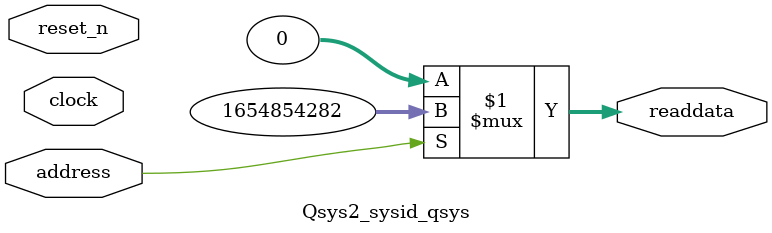
<source format=v>



// synthesis translate_off
`timescale 1ns / 1ps
// synthesis translate_on

// turn off superfluous verilog processor warnings 
// altera message_level Level1 
// altera message_off 10034 10035 10036 10037 10230 10240 10030 

module Qsys2_sysid_qsys (
               // inputs:
                address,
                clock,
                reset_n,

               // outputs:
                readdata
             )
;

  output  [ 31: 0] readdata;
  input            address;
  input            clock;
  input            reset_n;

  wire    [ 31: 0] readdata;
  //control_slave, which is an e_avalon_slave
  assign readdata = address ? 1654854282 : 0;

endmodule



</source>
